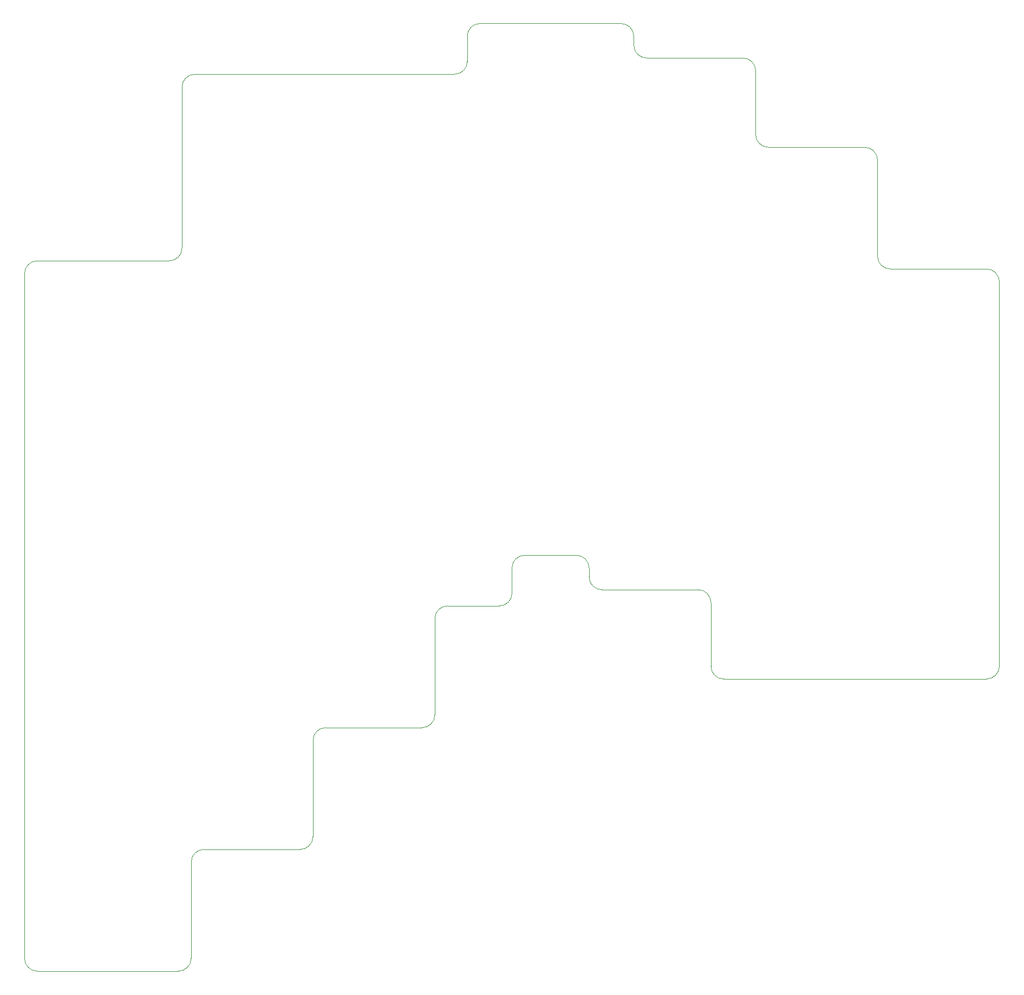
<source format=gm1>
G04 #@! TF.GenerationSoftware,KiCad,Pcbnew,8.0.6-8.0.6-0~ubuntu24.04.1*
G04 #@! TF.CreationDate,2025-02-09T13:24:36-05:00*
G04 #@! TF.ProjectId,keybird_right,6b657962-6972-4645-9f72-696768742e6b,rev?*
G04 #@! TF.SameCoordinates,Original*
G04 #@! TF.FileFunction,Profile,NP*
%FSLAX46Y46*%
G04 Gerber Fmt 4.6, Leading zero omitted, Abs format (unit mm)*
G04 Created by KiCad (PCBNEW 8.0.6-8.0.6-0~ubuntu24.04.1) date 2025-02-09 13:24:36*
%MOMM*%
%LPD*%
G01*
G04 APERTURE LIST*
G04 #@! TA.AperFunction,Profile*
%ADD10C,0.050000*%
G04 #@! TD*
G04 #@! TA.AperFunction,Profile*
%ADD11C,0.100000*%
G04 #@! TD*
G04 APERTURE END LIST*
D10*
X197650000Y-37760000D02*
G75*
G02*
X195650000Y-35760000I0J2000000D01*
G01*
X164535000Y-125500000D02*
G75*
G02*
X166535000Y-123500000I2000000J0D01*
G01*
X176600000Y-117562500D02*
G75*
G02*
X178600000Y-115562500I2000000J0D01*
G01*
X174600000Y-123500000D02*
X166535000Y-123500000D01*
X167600000Y-40300000D02*
X127000000Y-40300000D01*
X145485000Y-144550000D02*
X145485000Y-159600000D01*
X193650000Y-32362500D02*
X171600000Y-32362500D01*
X231750000Y-51730000D02*
G75*
G02*
X233750000Y-53730000I0J-2000000D01*
G01*
D11*
X205700000Y-120960000D02*
G75*
G02*
X207700000Y-122960000I0J-2000000D01*
G01*
D10*
X250800000Y-134930000D02*
X209700000Y-134930000D01*
X209700000Y-134930000D02*
G75*
G02*
X207700000Y-132930000I0J2000000D01*
G01*
X193650000Y-32362500D02*
G75*
G02*
X195650000Y-34362500I0J-2000000D01*
G01*
X126435000Y-163600000D02*
G75*
G02*
X128435000Y-161600000I2000000J0D01*
G01*
X176600000Y-117562500D02*
X176600000Y-121500000D01*
X252800000Y-132930000D02*
G75*
G02*
X250800000Y-134930000I-2000000J0D01*
G01*
D11*
X207700000Y-122960000D02*
X207700000Y-132930000D01*
D10*
X169600000Y-38300000D02*
G75*
G02*
X167600000Y-40300000I-2000000J0D01*
G01*
X250800000Y-70780000D02*
G75*
G02*
X252800000Y-72780000I0J-2000000D01*
G01*
X235750000Y-70780000D02*
X250800000Y-70780000D01*
X124435000Y-180650000D02*
X102385000Y-180650000D01*
X195650000Y-34362500D02*
X195650000Y-35760000D01*
X145485000Y-144550000D02*
G75*
G02*
X147485000Y-142550000I2000000J0D01*
G01*
X123000000Y-69500000D02*
X102385000Y-69500000D01*
X100385000Y-71500000D02*
G75*
G02*
X102385000Y-69500000I2000000J0D01*
G01*
X190650000Y-120960000D02*
G75*
G02*
X188650000Y-118960000I0J2000000D01*
G01*
X233750000Y-53730000D02*
X233750000Y-68780000D01*
X214700000Y-39760000D02*
X214700000Y-49730000D01*
X125000000Y-42300000D02*
G75*
G02*
X127000000Y-40300000I2000000J0D01*
G01*
X164535000Y-140550000D02*
G75*
G02*
X162535000Y-142550000I-2000000J0D01*
G01*
X197650000Y-37760000D02*
X212700000Y-37760000D01*
X216700000Y-51730000D02*
G75*
G02*
X214700000Y-49730000I0J2000000D01*
G01*
X145485000Y-159600000D02*
G75*
G02*
X143485000Y-161600000I-2000000J0D01*
G01*
X126435000Y-163600000D02*
X126435000Y-178650000D01*
X235750000Y-70780000D02*
G75*
G02*
X233750000Y-68780000I0J2000000D01*
G01*
X102385000Y-180650000D02*
G75*
G02*
X100385000Y-178650000I0J2000000D01*
G01*
X125000000Y-67500000D02*
G75*
G02*
X123000000Y-69500000I-2000000J0D01*
G01*
X125000000Y-42300000D02*
X125000000Y-67500000D01*
X169600000Y-34362500D02*
G75*
G02*
X171600000Y-32362500I2000000J0D01*
G01*
X188650000Y-118960000D02*
X188650000Y-117562500D01*
X252800000Y-72780000D02*
X252800000Y-132930000D01*
X212700000Y-37760000D02*
G75*
G02*
X214700000Y-39760000I0J-2000000D01*
G01*
X169600000Y-38300000D02*
X169600000Y-34362500D01*
X162535000Y-142550000D02*
X147485000Y-142550000D01*
X143485000Y-161600000D02*
X128435000Y-161600000D01*
X186650000Y-115562500D02*
X178600000Y-115562500D01*
X176600000Y-121500000D02*
G75*
G02*
X174600000Y-123500000I-2000000J0D01*
G01*
X164535000Y-125500000D02*
X164535000Y-140550000D01*
X186650000Y-115562500D02*
G75*
G02*
X188650000Y-117562500I0J-2000000D01*
G01*
X205700000Y-120960000D02*
X190650000Y-120960000D01*
X216700000Y-51730000D02*
X231750000Y-51730000D01*
X126435000Y-178650000D02*
G75*
G02*
X124435000Y-180650000I-2000000J0D01*
G01*
X100385000Y-71500000D02*
X100385000Y-178650000D01*
M02*

</source>
